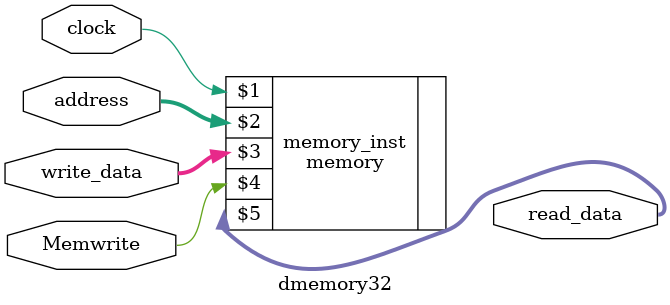
<source format=v>
module dmemory32(
    output[31:0] read_data,
    input[31:0]  address,
    input[31:0]  write_data,
    input        Memwrite,
    input        clock
);

memory memory_inst(
    clock,
    address,
    write_data,
    Memwrite,
    read_data
);

endmodule
</source>
